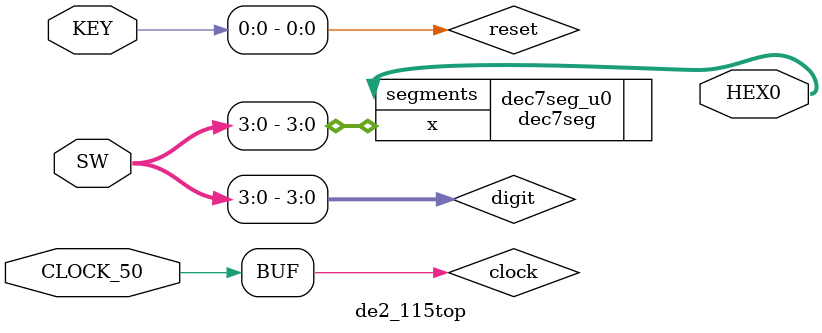
<source format=sv>
`timescale 1ns / 1ps
`default_nettype none

module de2_115top
	(
		// Entrada do clock
		input  wire 		 CLOCK_50,			//	Clock de 50 MHz
		// Chaves push buttons
		input	 wire [3:0]	 KEY,					//	Pushbutton[3:0]
		// Chaves DPT switch
		input  wire [17:0] SW,					//	Toggle Switch[17:0]
		// Display de 7 segmentos
		output wire [6:0]  HEX0 				// 7-segment display HEX0
	);

	wire [3:0] digit = SW[3:0]; 
	
	wire clock = CLOCK_50;
	wire reset = KEY[0];

	//--------------------------------------------------------------------------
	//	Lógica de sáida
	//--------------------------------------------------------------------------

	//--------------------------------------------------------------------------
	//	Instâncias
	//--------------------------------------------------------------------------	
	dec7seg dec7seg_u0 (.x(digit), .segments(HEX0));
   //--------------------------------------------------------------------------	

endmodule

</source>
